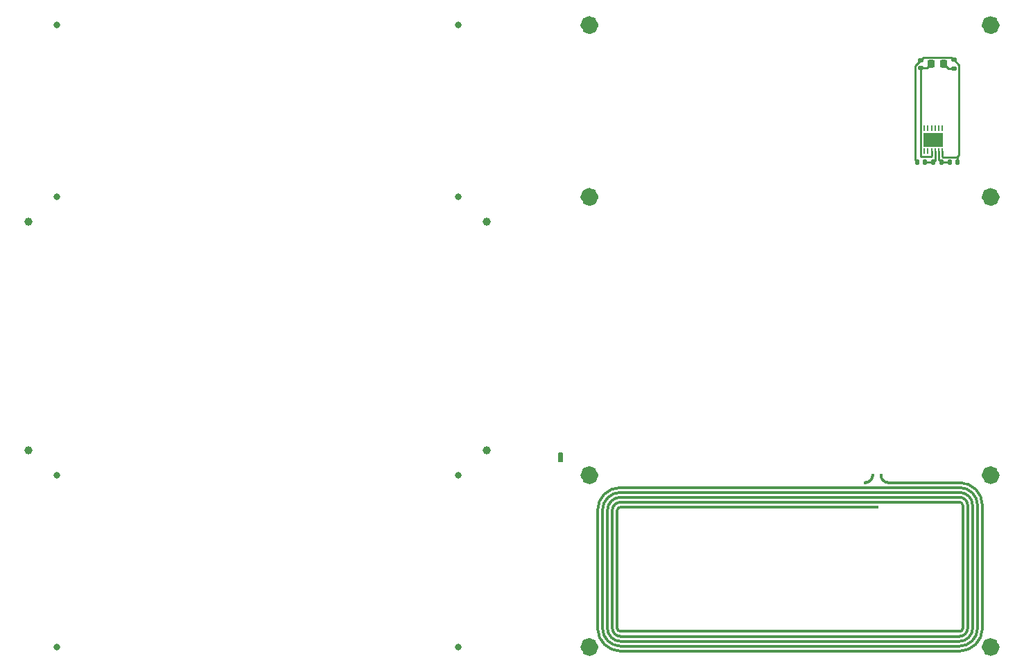
<source format=gbr>
%TF.GenerationSoftware,KiCad,Pcbnew,(6.0.0)*%
%TF.CreationDate,2022-08-13T20:29:40+02:00*%
%TF.ProjectId,PCBWallet,50434257-616c-46c6-9574-2e6b69636164,rev?*%
%TF.SameCoordinates,Original*%
%TF.FileFunction,Copper,L1,Top*%
%TF.FilePolarity,Positive*%
%FSLAX46Y46*%
G04 Gerber Fmt 4.6, Leading zero omitted, Abs format (unit mm)*
G04 Created by KiCad (PCBNEW (6.0.0)) date 2022-08-13 20:29:40*
%MOMM*%
%LPD*%
G01*
G04 APERTURE LIST*
G04 Aperture macros list*
%AMRoundRect*
0 Rectangle with rounded corners*
0 $1 Rounding radius*
0 $2 $3 $4 $5 $6 $7 $8 $9 X,Y pos of 4 corners*
0 Add a 4 corners polygon primitive as box body*
4,1,4,$2,$3,$4,$5,$6,$7,$8,$9,$2,$3,0*
0 Add four circle primitives for the rounded corners*
1,1,$1+$1,$2,$3*
1,1,$1+$1,$4,$5*
1,1,$1+$1,$6,$7*
1,1,$1+$1,$8,$9*
0 Add four rect primitives between the rounded corners*
20,1,$1+$1,$2,$3,$4,$5,0*
20,1,$1+$1,$4,$5,$6,$7,0*
20,1,$1+$1,$6,$7,$8,$9,0*
20,1,$1+$1,$8,$9,$2,$3,0*%
G04 Aperture macros list end*
%TA.AperFunction,NonConductor*%
%ADD10C,1.100000*%
%TD*%
%TA.AperFunction,NonConductor*%
%ADD11C,0.200000*%
%TD*%
%TA.AperFunction,EtchedComponent*%
%ADD12C,0.300000*%
%TD*%
%TA.AperFunction,ComponentPad*%
%ADD13C,0.400000*%
%TD*%
%TA.AperFunction,SMDPad,CuDef*%
%ADD14R,2.380000X1.660000*%
%TD*%
%TA.AperFunction,SMDPad,CuDef*%
%ADD15R,0.250000X0.700000*%
%TD*%
%TA.AperFunction,SMDPad,CuDef*%
%ADD16RoundRect,0.135000X0.185000X-0.135000X0.185000X0.135000X-0.185000X0.135000X-0.185000X-0.135000X0*%
%TD*%
%TA.AperFunction,SMDPad,CuDef*%
%ADD17RoundRect,0.218750X0.218750X0.256250X-0.218750X0.256250X-0.218750X-0.256250X0.218750X-0.256250X0*%
%TD*%
%TA.AperFunction,SMDPad,CuDef*%
%ADD18RoundRect,0.140000X-0.140000X-0.170000X0.140000X-0.170000X0.140000X0.170000X-0.140000X0.170000X0*%
%TD*%
%TA.AperFunction,SMDPad,CuDef*%
%ADD19RoundRect,0.140000X0.170000X-0.140000X0.170000X0.140000X-0.170000X0.140000X-0.170000X-0.140000X0*%
%TD*%
%TA.AperFunction,ViaPad*%
%ADD20C,1.000000*%
%TD*%
%TA.AperFunction,ViaPad*%
%ADD21C,0.800000*%
%TD*%
%TA.AperFunction,Conductor*%
%ADD22C,0.250000*%
%TD*%
%TA.AperFunction,Conductor*%
%ADD23C,0.225000*%
%TD*%
G04 APERTURE END LIST*
D10*
X169550000Y-54000000D02*
G75*
G03*
X169550000Y-54000000I-550000J0D01*
G01*
X169550000Y-75000000D02*
G75*
G03*
X169550000Y-75000000I-550000J0D01*
G01*
X218550000Y-75000000D02*
G75*
G03*
X218550000Y-75000000I-550000J0D01*
G01*
X218550000Y-54000000D02*
G75*
G03*
X218550000Y-54000000I-550000J0D01*
G01*
D11*
X165300000Y-106300000D02*
X165700000Y-106300000D01*
X165700000Y-106300000D02*
X165700000Y-107300000D01*
X165700000Y-107300000D02*
X165300000Y-107300000D01*
X165300000Y-107300000D02*
X165300000Y-106300000D01*
G36*
X165300000Y-106300000D02*
G01*
X165700000Y-106300000D01*
X165700000Y-107300000D01*
X165300000Y-107300000D01*
X165300000Y-106300000D01*
G37*
D10*
X218550000Y-130000000D02*
G75*
G03*
X218550000Y-130000000I-550000J0D01*
G01*
X218550000Y-109000000D02*
G75*
G03*
X218550000Y-109000000I-550000J0D01*
G01*
X169550000Y-109000000D02*
G75*
G03*
X169550000Y-109000000I-550000J0D01*
G01*
X169550000Y-130000000D02*
G75*
G03*
X169550000Y-130000000I-550000J0D01*
G01*
D12*
%TO.C,AE1*%
X171800050Y-127700002D02*
G75*
G03*
X172800050Y-128700002I1000003J3D01*
G01*
X172800023Y-111100050D02*
G75*
G03*
X170600023Y-113300050I-2254J-2197746D01*
G01*
X172800023Y-111700050D02*
G75*
G03*
X171200023Y-113300050I40J-1600040D01*
G01*
X214200025Y-128100057D02*
G75*
G03*
X214600025Y-127702255I53J399953D01*
G01*
X172399994Y-127700002D02*
G75*
G03*
X172797796Y-128100002I399953J-53D01*
G01*
X214200025Y-129900001D02*
G75*
G03*
X216400025Y-127700001I2254J2197746D01*
G01*
X214200025Y-129300001D02*
G75*
G03*
X215800025Y-127700001I-40J1600040D01*
G01*
X172800023Y-112300050D02*
G75*
G03*
X171800023Y-113300050I3J-1000003D01*
G01*
X171200050Y-127700002D02*
G75*
G03*
X172800050Y-129300002I1600040J40D01*
G01*
X214200023Y-130500051D02*
G75*
G03*
X217000025Y-127700001I-25J2800027D01*
G01*
X217000025Y-112700000D02*
G75*
G03*
X214199975Y-109899998I-2800027J-25D01*
G01*
X214200025Y-128700001D02*
G75*
G03*
X215200025Y-127700001I-3J1000003D01*
G01*
X215199975Y-112699998D02*
G75*
G03*
X214199975Y-111699998I-1000003J-3D01*
G01*
X172800023Y-112899994D02*
G75*
G03*
X172400023Y-113297796I-53J-399953D01*
G01*
X204600000Y-109000000D02*
G75*
G03*
X205500025Y-109900000I900014J14D01*
G01*
X215799975Y-112699998D02*
G75*
G03*
X214199975Y-111099998I-1600040J-40D01*
G01*
X170600050Y-127700002D02*
G75*
G03*
X172800050Y-129900002I2197746J-2254D01*
G01*
X202700000Y-109900025D02*
G75*
G03*
X203600000Y-109000000I-14J900014D01*
G01*
X172800025Y-110500000D02*
G75*
G03*
X170000023Y-113300050I25J-2800027D01*
G01*
X216399975Y-112699998D02*
G75*
G03*
X214199975Y-110499998I-2197746J2254D01*
G01*
X214600031Y-112699998D02*
G75*
G03*
X214202229Y-112299998I-399953J53D01*
G01*
X170000000Y-127700000D02*
G75*
G03*
X172800050Y-130500002I2800027J25D01*
G01*
X172800023Y-112899995D02*
X204100000Y-112900000D01*
X215200025Y-127700001D02*
X215199975Y-112699998D01*
X172400023Y-113297796D02*
X172399995Y-127700002D01*
X171200023Y-113300050D02*
X171200050Y-127700002D01*
X214200025Y-128100056D02*
X172797821Y-128100003D01*
X216400025Y-127700001D02*
X216399975Y-112699998D01*
X172800025Y-112299945D02*
X214202229Y-112299998D01*
X214200023Y-130500051D02*
X172800075Y-130500003D01*
X172800025Y-111100000D02*
X214199975Y-111099998D01*
X170600023Y-113300050D02*
X170600050Y-127700002D01*
X217000025Y-127700001D02*
X217000025Y-112700000D01*
X214200025Y-128700001D02*
X172800075Y-128700003D01*
X214200025Y-129900001D02*
X172800075Y-129900003D01*
X172800025Y-111700000D02*
X214199975Y-111699998D01*
X214199975Y-109899998D02*
X205500025Y-109900000D01*
X214600025Y-127702255D02*
X214600030Y-112699998D01*
X171800023Y-113300050D02*
X171800050Y-127700002D01*
X170000023Y-113300050D02*
X170000000Y-127700000D01*
X214200025Y-129300001D02*
X172800075Y-129300003D01*
X172800025Y-110500000D02*
X214199975Y-110499998D01*
X215800025Y-127700001D02*
X215799975Y-112699998D01*
%TD*%
D13*
%TO.P,AE1,2*%
%TO.N,Net-(AE1-Pad2)*%
X203600000Y-109000000D03*
%TO.P,AE1,1*%
%TO.N,Net-(AE1-Pad1)*%
X204600000Y-109000000D03*
%TO.P,AE1, *%
%TO.N,N/C*%
X202700000Y-109900025D03*
X204100000Y-112900000D03*
%TD*%
D14*
%TO.P,U1,13*%
%TO.N,N/C*%
X211000000Y-68000000D03*
D15*
%TO.P,U1,12,VCC*%
%TO.N,unconnected-(U1-Pad12)*%
X209875000Y-66600000D03*
%TO.P,U1,11*%
%TO.N,N/C*%
X210325000Y-66600000D03*
%TO.P,U1,10,VDCG*%
%TO.N,unconnected-(U1-Pad10)*%
X210775000Y-66600000D03*
%TO.P,U1,9,NC*%
%TO.N,unconnected-(U1-Pad9)*%
X211225000Y-66600000D03*
%TO.P,U1,8,SCL*%
%TO.N,unconnected-(U1-Pad8)*%
X211675000Y-66600000D03*
%TO.P,U1,7,SDA*%
%TO.N,unconnected-(U1-Pad7)*%
X212125000Y-66600000D03*
%TO.P,U1,6,VSS*%
%TO.N,GND*%
X212125000Y-69400000D03*
%TO.P,U1,5,AC1*%
%TO.N,Net-(AE1-Pad1)*%
X211675000Y-69400000D03*
%TO.P,U1,4,AC0*%
%TO.N,Net-(AE1-Pad2)*%
X211225000Y-69400000D03*
%TO.P,U1,3,V_EH*%
%TO.N,Net-(C2-Pad1)*%
X210775000Y-69400000D03*
%TO.P,U1,2,NC*%
%TO.N,unconnected-(U1-Pad2)*%
X210325000Y-69400000D03*
%TO.P,U1,1,LPD*%
%TO.N,unconnected-(U1-Pad1)*%
X209875000Y-69400000D03*
%TD*%
D16*
%TO.P,R1,2*%
%TO.N,GND*%
X213500000Y-58250000D03*
%TO.P,R1,1*%
%TO.N,Net-(D1-Pad1)*%
X213500000Y-59270000D03*
%TD*%
D17*
%TO.P,D1,2,A*%
%TO.N,Net-(C2-Pad1)*%
X210712500Y-58750000D03*
%TO.P,D1,1,K*%
%TO.N,Net-(D1-Pad1)*%
X212287500Y-58750000D03*
%TD*%
D18*
%TO.P,C4,2*%
%TO.N,GND*%
X213980000Y-70750000D03*
%TO.P,C4,1*%
%TO.N,Net-(AE1-Pad1)*%
X213020000Y-70750000D03*
%TD*%
%TO.P,C3,2*%
%TO.N,Net-(AE1-Pad1)*%
X211980000Y-70750000D03*
%TO.P,C3,1*%
%TO.N,Net-(AE1-Pad2)*%
X211020000Y-70750000D03*
%TD*%
D19*
%TO.P,C2,2*%
%TO.N,GND*%
X209500000Y-58270000D03*
%TO.P,C2,1*%
%TO.N,Net-(C2-Pad1)*%
X209500000Y-59230000D03*
%TD*%
D18*
%TO.P,C1,2*%
%TO.N,Net-(AE1-Pad2)*%
X209980000Y-70750000D03*
%TO.P,C1,1*%
%TO.N,GND*%
X209020000Y-70750000D03*
%TD*%
D20*
%TO.N,*%
X156500000Y-78000000D03*
X100500000Y-78000000D03*
X100500000Y-106000000D03*
X156500000Y-106000000D03*
D21*
X153000000Y-54000000D03*
X104000000Y-54000000D03*
X153000000Y-75000000D03*
X104000000Y-75000000D03*
X104000000Y-130000000D03*
X104000000Y-109000000D03*
X153000000Y-109000000D03*
X153000000Y-130000000D03*
%TD*%
D22*
%TO.N,Net-(AE1-Pad2)*%
X211225000Y-70545000D02*
X211020000Y-70750000D01*
X211225000Y-69400000D02*
X211225000Y-70545000D01*
X211020000Y-70750000D02*
X209980000Y-70750000D01*
%TO.N,Net-(AE1-Pad1)*%
X211675020Y-69813610D02*
X211675020Y-70445020D01*
X211675000Y-69813590D02*
X211675020Y-69813610D01*
X211675020Y-70445020D02*
X211980000Y-70750000D01*
X211675000Y-69400000D02*
X211675000Y-69813590D01*
X211980000Y-70750000D02*
X213020000Y-70750000D01*
D23*
%TO.N,GND*%
X213199990Y-57949990D02*
X213500000Y-58250000D01*
X209820010Y-57949990D02*
X213199990Y-57949990D01*
X209500000Y-58270000D02*
X209820010Y-57949990D01*
X212125000Y-69400000D02*
X212125000Y-69625000D01*
X212125000Y-69400000D02*
X212125000Y-70039990D01*
X212125000Y-70039990D02*
X212200000Y-70114990D01*
X212200000Y-70114990D02*
X212687384Y-70114990D01*
X212687384Y-70114990D02*
X212687384Y-70112616D01*
X214145010Y-58895010D02*
X213500000Y-58250000D01*
X214145010Y-69854990D02*
X214145010Y-58895010D01*
X213885010Y-70114990D02*
X214145010Y-69854990D01*
X212687384Y-70114990D02*
X213885010Y-70114990D01*
X213980000Y-70209980D02*
X213885010Y-70114990D01*
X213980000Y-70750000D02*
X213980000Y-70209980D01*
D22*
X209020000Y-70750000D02*
X208750000Y-70480000D01*
X208750000Y-59012374D02*
X209492374Y-58270000D01*
X208750000Y-59500000D02*
X208750000Y-59012374D01*
X208750000Y-70480000D02*
X208750000Y-59500000D01*
X209492374Y-58270000D02*
X209500000Y-58270000D01*
D23*
%TO.N,Net-(C2-Pad1)*%
X210232500Y-59230000D02*
X210712500Y-58750000D01*
X209500000Y-59230000D02*
X210232500Y-59230000D01*
X210710001Y-70075001D02*
X209489999Y-70075001D01*
X209489999Y-70075001D02*
X209424999Y-70010001D01*
X210775001Y-70010001D02*
X210710001Y-70075001D01*
X210775000Y-69400000D02*
X210775001Y-70010001D01*
X209424999Y-59305001D02*
X209500000Y-59230000D01*
X209424999Y-70010001D02*
X209424999Y-59305001D01*
D22*
%TO.N,Net-(D1-Pad1)*%
X212807500Y-59270000D02*
X212287500Y-58750000D01*
X213500000Y-59270000D02*
X212807500Y-59270000D01*
%TD*%
M02*

</source>
